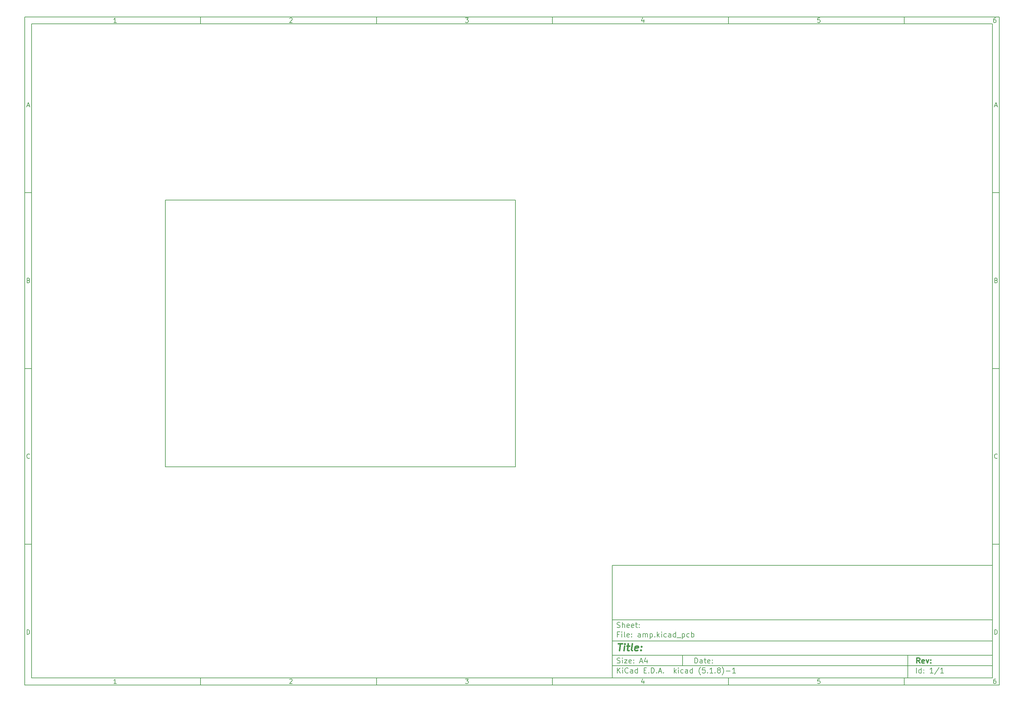
<source format=gm1>
G04 #@! TF.GenerationSoftware,KiCad,Pcbnew,(5.1.8)-1*
G04 #@! TF.CreationDate,2021-03-01T21:59:05+08:00*
G04 #@! TF.ProjectId,amp,616d702e-6b69-4636-9164-5f7063625858,rev?*
G04 #@! TF.SameCoordinates,Original*
G04 #@! TF.FileFunction,Profile,NP*
%FSLAX46Y46*%
G04 Gerber Fmt 4.6, Leading zero omitted, Abs format (unit mm)*
G04 Created by KiCad (PCBNEW (5.1.8)-1) date 2021-03-01 21:59:05*
%MOMM*%
%LPD*%
G01*
G04 APERTURE LIST*
%ADD10C,0.150000*%
%ADD11C,0.300000*%
%ADD12C,0.400000*%
G04 #@! TA.AperFunction,Profile*
%ADD13C,0.150000*%
G04 #@! TD*
G04 APERTURE END LIST*
D10*
X177002200Y-166007200D02*
X177002200Y-198007200D01*
X285002200Y-198007200D01*
X285002200Y-166007200D01*
X177002200Y-166007200D01*
X10000000Y-10000000D02*
X10000000Y-200007200D01*
X287002200Y-200007200D01*
X287002200Y-10000000D01*
X10000000Y-10000000D01*
X12000000Y-12000000D02*
X12000000Y-198007200D01*
X285002200Y-198007200D01*
X285002200Y-12000000D01*
X12000000Y-12000000D01*
X60000000Y-12000000D02*
X60000000Y-10000000D01*
X110000000Y-12000000D02*
X110000000Y-10000000D01*
X160000000Y-12000000D02*
X160000000Y-10000000D01*
X210000000Y-12000000D02*
X210000000Y-10000000D01*
X260000000Y-12000000D02*
X260000000Y-10000000D01*
X36065476Y-11588095D02*
X35322619Y-11588095D01*
X35694047Y-11588095D02*
X35694047Y-10288095D01*
X35570238Y-10473809D01*
X35446428Y-10597619D01*
X35322619Y-10659523D01*
X85322619Y-10411904D02*
X85384523Y-10350000D01*
X85508333Y-10288095D01*
X85817857Y-10288095D01*
X85941666Y-10350000D01*
X86003571Y-10411904D01*
X86065476Y-10535714D01*
X86065476Y-10659523D01*
X86003571Y-10845238D01*
X85260714Y-11588095D01*
X86065476Y-11588095D01*
X135260714Y-10288095D02*
X136065476Y-10288095D01*
X135632142Y-10783333D01*
X135817857Y-10783333D01*
X135941666Y-10845238D01*
X136003571Y-10907142D01*
X136065476Y-11030952D01*
X136065476Y-11340476D01*
X136003571Y-11464285D01*
X135941666Y-11526190D01*
X135817857Y-11588095D01*
X135446428Y-11588095D01*
X135322619Y-11526190D01*
X135260714Y-11464285D01*
X185941666Y-10721428D02*
X185941666Y-11588095D01*
X185632142Y-10226190D02*
X185322619Y-11154761D01*
X186127380Y-11154761D01*
X236003571Y-10288095D02*
X235384523Y-10288095D01*
X235322619Y-10907142D01*
X235384523Y-10845238D01*
X235508333Y-10783333D01*
X235817857Y-10783333D01*
X235941666Y-10845238D01*
X236003571Y-10907142D01*
X236065476Y-11030952D01*
X236065476Y-11340476D01*
X236003571Y-11464285D01*
X235941666Y-11526190D01*
X235817857Y-11588095D01*
X235508333Y-11588095D01*
X235384523Y-11526190D01*
X235322619Y-11464285D01*
X285941666Y-10288095D02*
X285694047Y-10288095D01*
X285570238Y-10350000D01*
X285508333Y-10411904D01*
X285384523Y-10597619D01*
X285322619Y-10845238D01*
X285322619Y-11340476D01*
X285384523Y-11464285D01*
X285446428Y-11526190D01*
X285570238Y-11588095D01*
X285817857Y-11588095D01*
X285941666Y-11526190D01*
X286003571Y-11464285D01*
X286065476Y-11340476D01*
X286065476Y-11030952D01*
X286003571Y-10907142D01*
X285941666Y-10845238D01*
X285817857Y-10783333D01*
X285570238Y-10783333D01*
X285446428Y-10845238D01*
X285384523Y-10907142D01*
X285322619Y-11030952D01*
X60000000Y-198007200D02*
X60000000Y-200007200D01*
X110000000Y-198007200D02*
X110000000Y-200007200D01*
X160000000Y-198007200D02*
X160000000Y-200007200D01*
X210000000Y-198007200D02*
X210000000Y-200007200D01*
X260000000Y-198007200D02*
X260000000Y-200007200D01*
X36065476Y-199595295D02*
X35322619Y-199595295D01*
X35694047Y-199595295D02*
X35694047Y-198295295D01*
X35570238Y-198481009D01*
X35446428Y-198604819D01*
X35322619Y-198666723D01*
X85322619Y-198419104D02*
X85384523Y-198357200D01*
X85508333Y-198295295D01*
X85817857Y-198295295D01*
X85941666Y-198357200D01*
X86003571Y-198419104D01*
X86065476Y-198542914D01*
X86065476Y-198666723D01*
X86003571Y-198852438D01*
X85260714Y-199595295D01*
X86065476Y-199595295D01*
X135260714Y-198295295D02*
X136065476Y-198295295D01*
X135632142Y-198790533D01*
X135817857Y-198790533D01*
X135941666Y-198852438D01*
X136003571Y-198914342D01*
X136065476Y-199038152D01*
X136065476Y-199347676D01*
X136003571Y-199471485D01*
X135941666Y-199533390D01*
X135817857Y-199595295D01*
X135446428Y-199595295D01*
X135322619Y-199533390D01*
X135260714Y-199471485D01*
X185941666Y-198728628D02*
X185941666Y-199595295D01*
X185632142Y-198233390D02*
X185322619Y-199161961D01*
X186127380Y-199161961D01*
X236003571Y-198295295D02*
X235384523Y-198295295D01*
X235322619Y-198914342D01*
X235384523Y-198852438D01*
X235508333Y-198790533D01*
X235817857Y-198790533D01*
X235941666Y-198852438D01*
X236003571Y-198914342D01*
X236065476Y-199038152D01*
X236065476Y-199347676D01*
X236003571Y-199471485D01*
X235941666Y-199533390D01*
X235817857Y-199595295D01*
X235508333Y-199595295D01*
X235384523Y-199533390D01*
X235322619Y-199471485D01*
X285941666Y-198295295D02*
X285694047Y-198295295D01*
X285570238Y-198357200D01*
X285508333Y-198419104D01*
X285384523Y-198604819D01*
X285322619Y-198852438D01*
X285322619Y-199347676D01*
X285384523Y-199471485D01*
X285446428Y-199533390D01*
X285570238Y-199595295D01*
X285817857Y-199595295D01*
X285941666Y-199533390D01*
X286003571Y-199471485D01*
X286065476Y-199347676D01*
X286065476Y-199038152D01*
X286003571Y-198914342D01*
X285941666Y-198852438D01*
X285817857Y-198790533D01*
X285570238Y-198790533D01*
X285446428Y-198852438D01*
X285384523Y-198914342D01*
X285322619Y-199038152D01*
X10000000Y-60000000D02*
X12000000Y-60000000D01*
X10000000Y-110000000D02*
X12000000Y-110000000D01*
X10000000Y-160000000D02*
X12000000Y-160000000D01*
X10690476Y-35216666D02*
X11309523Y-35216666D01*
X10566666Y-35588095D02*
X11000000Y-34288095D01*
X11433333Y-35588095D01*
X11092857Y-84907142D02*
X11278571Y-84969047D01*
X11340476Y-85030952D01*
X11402380Y-85154761D01*
X11402380Y-85340476D01*
X11340476Y-85464285D01*
X11278571Y-85526190D01*
X11154761Y-85588095D01*
X10659523Y-85588095D01*
X10659523Y-84288095D01*
X11092857Y-84288095D01*
X11216666Y-84350000D01*
X11278571Y-84411904D01*
X11340476Y-84535714D01*
X11340476Y-84659523D01*
X11278571Y-84783333D01*
X11216666Y-84845238D01*
X11092857Y-84907142D01*
X10659523Y-84907142D01*
X11402380Y-135464285D02*
X11340476Y-135526190D01*
X11154761Y-135588095D01*
X11030952Y-135588095D01*
X10845238Y-135526190D01*
X10721428Y-135402380D01*
X10659523Y-135278571D01*
X10597619Y-135030952D01*
X10597619Y-134845238D01*
X10659523Y-134597619D01*
X10721428Y-134473809D01*
X10845238Y-134350000D01*
X11030952Y-134288095D01*
X11154761Y-134288095D01*
X11340476Y-134350000D01*
X11402380Y-134411904D01*
X10659523Y-185588095D02*
X10659523Y-184288095D01*
X10969047Y-184288095D01*
X11154761Y-184350000D01*
X11278571Y-184473809D01*
X11340476Y-184597619D01*
X11402380Y-184845238D01*
X11402380Y-185030952D01*
X11340476Y-185278571D01*
X11278571Y-185402380D01*
X11154761Y-185526190D01*
X10969047Y-185588095D01*
X10659523Y-185588095D01*
X287002200Y-60000000D02*
X285002200Y-60000000D01*
X287002200Y-110000000D02*
X285002200Y-110000000D01*
X287002200Y-160000000D02*
X285002200Y-160000000D01*
X285692676Y-35216666D02*
X286311723Y-35216666D01*
X285568866Y-35588095D02*
X286002200Y-34288095D01*
X286435533Y-35588095D01*
X286095057Y-84907142D02*
X286280771Y-84969047D01*
X286342676Y-85030952D01*
X286404580Y-85154761D01*
X286404580Y-85340476D01*
X286342676Y-85464285D01*
X286280771Y-85526190D01*
X286156961Y-85588095D01*
X285661723Y-85588095D01*
X285661723Y-84288095D01*
X286095057Y-84288095D01*
X286218866Y-84350000D01*
X286280771Y-84411904D01*
X286342676Y-84535714D01*
X286342676Y-84659523D01*
X286280771Y-84783333D01*
X286218866Y-84845238D01*
X286095057Y-84907142D01*
X285661723Y-84907142D01*
X286404580Y-135464285D02*
X286342676Y-135526190D01*
X286156961Y-135588095D01*
X286033152Y-135588095D01*
X285847438Y-135526190D01*
X285723628Y-135402380D01*
X285661723Y-135278571D01*
X285599819Y-135030952D01*
X285599819Y-134845238D01*
X285661723Y-134597619D01*
X285723628Y-134473809D01*
X285847438Y-134350000D01*
X286033152Y-134288095D01*
X286156961Y-134288095D01*
X286342676Y-134350000D01*
X286404580Y-134411904D01*
X285661723Y-185588095D02*
X285661723Y-184288095D01*
X285971247Y-184288095D01*
X286156961Y-184350000D01*
X286280771Y-184473809D01*
X286342676Y-184597619D01*
X286404580Y-184845238D01*
X286404580Y-185030952D01*
X286342676Y-185278571D01*
X286280771Y-185402380D01*
X286156961Y-185526190D01*
X285971247Y-185588095D01*
X285661723Y-185588095D01*
X200434342Y-193785771D02*
X200434342Y-192285771D01*
X200791485Y-192285771D01*
X201005771Y-192357200D01*
X201148628Y-192500057D01*
X201220057Y-192642914D01*
X201291485Y-192928628D01*
X201291485Y-193142914D01*
X201220057Y-193428628D01*
X201148628Y-193571485D01*
X201005771Y-193714342D01*
X200791485Y-193785771D01*
X200434342Y-193785771D01*
X202577200Y-193785771D02*
X202577200Y-193000057D01*
X202505771Y-192857200D01*
X202362914Y-192785771D01*
X202077200Y-192785771D01*
X201934342Y-192857200D01*
X202577200Y-193714342D02*
X202434342Y-193785771D01*
X202077200Y-193785771D01*
X201934342Y-193714342D01*
X201862914Y-193571485D01*
X201862914Y-193428628D01*
X201934342Y-193285771D01*
X202077200Y-193214342D01*
X202434342Y-193214342D01*
X202577200Y-193142914D01*
X203077200Y-192785771D02*
X203648628Y-192785771D01*
X203291485Y-192285771D02*
X203291485Y-193571485D01*
X203362914Y-193714342D01*
X203505771Y-193785771D01*
X203648628Y-193785771D01*
X204720057Y-193714342D02*
X204577200Y-193785771D01*
X204291485Y-193785771D01*
X204148628Y-193714342D01*
X204077200Y-193571485D01*
X204077200Y-193000057D01*
X204148628Y-192857200D01*
X204291485Y-192785771D01*
X204577200Y-192785771D01*
X204720057Y-192857200D01*
X204791485Y-193000057D01*
X204791485Y-193142914D01*
X204077200Y-193285771D01*
X205434342Y-193642914D02*
X205505771Y-193714342D01*
X205434342Y-193785771D01*
X205362914Y-193714342D01*
X205434342Y-193642914D01*
X205434342Y-193785771D01*
X205434342Y-192857200D02*
X205505771Y-192928628D01*
X205434342Y-193000057D01*
X205362914Y-192928628D01*
X205434342Y-192857200D01*
X205434342Y-193000057D01*
X177002200Y-194507200D02*
X285002200Y-194507200D01*
X178434342Y-196585771D02*
X178434342Y-195085771D01*
X179291485Y-196585771D02*
X178648628Y-195728628D01*
X179291485Y-195085771D02*
X178434342Y-195942914D01*
X179934342Y-196585771D02*
X179934342Y-195585771D01*
X179934342Y-195085771D02*
X179862914Y-195157200D01*
X179934342Y-195228628D01*
X180005771Y-195157200D01*
X179934342Y-195085771D01*
X179934342Y-195228628D01*
X181505771Y-196442914D02*
X181434342Y-196514342D01*
X181220057Y-196585771D01*
X181077200Y-196585771D01*
X180862914Y-196514342D01*
X180720057Y-196371485D01*
X180648628Y-196228628D01*
X180577200Y-195942914D01*
X180577200Y-195728628D01*
X180648628Y-195442914D01*
X180720057Y-195300057D01*
X180862914Y-195157200D01*
X181077200Y-195085771D01*
X181220057Y-195085771D01*
X181434342Y-195157200D01*
X181505771Y-195228628D01*
X182791485Y-196585771D02*
X182791485Y-195800057D01*
X182720057Y-195657200D01*
X182577200Y-195585771D01*
X182291485Y-195585771D01*
X182148628Y-195657200D01*
X182791485Y-196514342D02*
X182648628Y-196585771D01*
X182291485Y-196585771D01*
X182148628Y-196514342D01*
X182077200Y-196371485D01*
X182077200Y-196228628D01*
X182148628Y-196085771D01*
X182291485Y-196014342D01*
X182648628Y-196014342D01*
X182791485Y-195942914D01*
X184148628Y-196585771D02*
X184148628Y-195085771D01*
X184148628Y-196514342D02*
X184005771Y-196585771D01*
X183720057Y-196585771D01*
X183577200Y-196514342D01*
X183505771Y-196442914D01*
X183434342Y-196300057D01*
X183434342Y-195871485D01*
X183505771Y-195728628D01*
X183577200Y-195657200D01*
X183720057Y-195585771D01*
X184005771Y-195585771D01*
X184148628Y-195657200D01*
X186005771Y-195800057D02*
X186505771Y-195800057D01*
X186720057Y-196585771D02*
X186005771Y-196585771D01*
X186005771Y-195085771D01*
X186720057Y-195085771D01*
X187362914Y-196442914D02*
X187434342Y-196514342D01*
X187362914Y-196585771D01*
X187291485Y-196514342D01*
X187362914Y-196442914D01*
X187362914Y-196585771D01*
X188077200Y-196585771D02*
X188077200Y-195085771D01*
X188434342Y-195085771D01*
X188648628Y-195157200D01*
X188791485Y-195300057D01*
X188862914Y-195442914D01*
X188934342Y-195728628D01*
X188934342Y-195942914D01*
X188862914Y-196228628D01*
X188791485Y-196371485D01*
X188648628Y-196514342D01*
X188434342Y-196585771D01*
X188077200Y-196585771D01*
X189577200Y-196442914D02*
X189648628Y-196514342D01*
X189577200Y-196585771D01*
X189505771Y-196514342D01*
X189577200Y-196442914D01*
X189577200Y-196585771D01*
X190220057Y-196157200D02*
X190934342Y-196157200D01*
X190077200Y-196585771D02*
X190577200Y-195085771D01*
X191077200Y-196585771D01*
X191577200Y-196442914D02*
X191648628Y-196514342D01*
X191577200Y-196585771D01*
X191505771Y-196514342D01*
X191577200Y-196442914D01*
X191577200Y-196585771D01*
X194577200Y-196585771D02*
X194577200Y-195085771D01*
X194720057Y-196014342D02*
X195148628Y-196585771D01*
X195148628Y-195585771D02*
X194577200Y-196157200D01*
X195791485Y-196585771D02*
X195791485Y-195585771D01*
X195791485Y-195085771D02*
X195720057Y-195157200D01*
X195791485Y-195228628D01*
X195862914Y-195157200D01*
X195791485Y-195085771D01*
X195791485Y-195228628D01*
X197148628Y-196514342D02*
X197005771Y-196585771D01*
X196720057Y-196585771D01*
X196577200Y-196514342D01*
X196505771Y-196442914D01*
X196434342Y-196300057D01*
X196434342Y-195871485D01*
X196505771Y-195728628D01*
X196577200Y-195657200D01*
X196720057Y-195585771D01*
X197005771Y-195585771D01*
X197148628Y-195657200D01*
X198434342Y-196585771D02*
X198434342Y-195800057D01*
X198362914Y-195657200D01*
X198220057Y-195585771D01*
X197934342Y-195585771D01*
X197791485Y-195657200D01*
X198434342Y-196514342D02*
X198291485Y-196585771D01*
X197934342Y-196585771D01*
X197791485Y-196514342D01*
X197720057Y-196371485D01*
X197720057Y-196228628D01*
X197791485Y-196085771D01*
X197934342Y-196014342D01*
X198291485Y-196014342D01*
X198434342Y-195942914D01*
X199791485Y-196585771D02*
X199791485Y-195085771D01*
X199791485Y-196514342D02*
X199648628Y-196585771D01*
X199362914Y-196585771D01*
X199220057Y-196514342D01*
X199148628Y-196442914D01*
X199077200Y-196300057D01*
X199077200Y-195871485D01*
X199148628Y-195728628D01*
X199220057Y-195657200D01*
X199362914Y-195585771D01*
X199648628Y-195585771D01*
X199791485Y-195657200D01*
X202077200Y-197157200D02*
X202005771Y-197085771D01*
X201862914Y-196871485D01*
X201791485Y-196728628D01*
X201720057Y-196514342D01*
X201648628Y-196157200D01*
X201648628Y-195871485D01*
X201720057Y-195514342D01*
X201791485Y-195300057D01*
X201862914Y-195157200D01*
X202005771Y-194942914D01*
X202077200Y-194871485D01*
X203362914Y-195085771D02*
X202648628Y-195085771D01*
X202577200Y-195800057D01*
X202648628Y-195728628D01*
X202791485Y-195657200D01*
X203148628Y-195657200D01*
X203291485Y-195728628D01*
X203362914Y-195800057D01*
X203434342Y-195942914D01*
X203434342Y-196300057D01*
X203362914Y-196442914D01*
X203291485Y-196514342D01*
X203148628Y-196585771D01*
X202791485Y-196585771D01*
X202648628Y-196514342D01*
X202577200Y-196442914D01*
X204077200Y-196442914D02*
X204148628Y-196514342D01*
X204077200Y-196585771D01*
X204005771Y-196514342D01*
X204077200Y-196442914D01*
X204077200Y-196585771D01*
X205577200Y-196585771D02*
X204720057Y-196585771D01*
X205148628Y-196585771D02*
X205148628Y-195085771D01*
X205005771Y-195300057D01*
X204862914Y-195442914D01*
X204720057Y-195514342D01*
X206220057Y-196442914D02*
X206291485Y-196514342D01*
X206220057Y-196585771D01*
X206148628Y-196514342D01*
X206220057Y-196442914D01*
X206220057Y-196585771D01*
X207148628Y-195728628D02*
X207005771Y-195657200D01*
X206934342Y-195585771D01*
X206862914Y-195442914D01*
X206862914Y-195371485D01*
X206934342Y-195228628D01*
X207005771Y-195157200D01*
X207148628Y-195085771D01*
X207434342Y-195085771D01*
X207577200Y-195157200D01*
X207648628Y-195228628D01*
X207720057Y-195371485D01*
X207720057Y-195442914D01*
X207648628Y-195585771D01*
X207577200Y-195657200D01*
X207434342Y-195728628D01*
X207148628Y-195728628D01*
X207005771Y-195800057D01*
X206934342Y-195871485D01*
X206862914Y-196014342D01*
X206862914Y-196300057D01*
X206934342Y-196442914D01*
X207005771Y-196514342D01*
X207148628Y-196585771D01*
X207434342Y-196585771D01*
X207577200Y-196514342D01*
X207648628Y-196442914D01*
X207720057Y-196300057D01*
X207720057Y-196014342D01*
X207648628Y-195871485D01*
X207577200Y-195800057D01*
X207434342Y-195728628D01*
X208220057Y-197157200D02*
X208291485Y-197085771D01*
X208434342Y-196871485D01*
X208505771Y-196728628D01*
X208577200Y-196514342D01*
X208648628Y-196157200D01*
X208648628Y-195871485D01*
X208577200Y-195514342D01*
X208505771Y-195300057D01*
X208434342Y-195157200D01*
X208291485Y-194942914D01*
X208220057Y-194871485D01*
X209362914Y-196014342D02*
X210505771Y-196014342D01*
X212005771Y-196585771D02*
X211148628Y-196585771D01*
X211577200Y-196585771D02*
X211577200Y-195085771D01*
X211434342Y-195300057D01*
X211291485Y-195442914D01*
X211148628Y-195514342D01*
X177002200Y-191507200D02*
X285002200Y-191507200D01*
D11*
X264411485Y-193785771D02*
X263911485Y-193071485D01*
X263554342Y-193785771D02*
X263554342Y-192285771D01*
X264125771Y-192285771D01*
X264268628Y-192357200D01*
X264340057Y-192428628D01*
X264411485Y-192571485D01*
X264411485Y-192785771D01*
X264340057Y-192928628D01*
X264268628Y-193000057D01*
X264125771Y-193071485D01*
X263554342Y-193071485D01*
X265625771Y-193714342D02*
X265482914Y-193785771D01*
X265197200Y-193785771D01*
X265054342Y-193714342D01*
X264982914Y-193571485D01*
X264982914Y-193000057D01*
X265054342Y-192857200D01*
X265197200Y-192785771D01*
X265482914Y-192785771D01*
X265625771Y-192857200D01*
X265697200Y-193000057D01*
X265697200Y-193142914D01*
X264982914Y-193285771D01*
X266197200Y-192785771D02*
X266554342Y-193785771D01*
X266911485Y-192785771D01*
X267482914Y-193642914D02*
X267554342Y-193714342D01*
X267482914Y-193785771D01*
X267411485Y-193714342D01*
X267482914Y-193642914D01*
X267482914Y-193785771D01*
X267482914Y-192857200D02*
X267554342Y-192928628D01*
X267482914Y-193000057D01*
X267411485Y-192928628D01*
X267482914Y-192857200D01*
X267482914Y-193000057D01*
D10*
X178362914Y-193714342D02*
X178577200Y-193785771D01*
X178934342Y-193785771D01*
X179077200Y-193714342D01*
X179148628Y-193642914D01*
X179220057Y-193500057D01*
X179220057Y-193357200D01*
X179148628Y-193214342D01*
X179077200Y-193142914D01*
X178934342Y-193071485D01*
X178648628Y-193000057D01*
X178505771Y-192928628D01*
X178434342Y-192857200D01*
X178362914Y-192714342D01*
X178362914Y-192571485D01*
X178434342Y-192428628D01*
X178505771Y-192357200D01*
X178648628Y-192285771D01*
X179005771Y-192285771D01*
X179220057Y-192357200D01*
X179862914Y-193785771D02*
X179862914Y-192785771D01*
X179862914Y-192285771D02*
X179791485Y-192357200D01*
X179862914Y-192428628D01*
X179934342Y-192357200D01*
X179862914Y-192285771D01*
X179862914Y-192428628D01*
X180434342Y-192785771D02*
X181220057Y-192785771D01*
X180434342Y-193785771D01*
X181220057Y-193785771D01*
X182362914Y-193714342D02*
X182220057Y-193785771D01*
X181934342Y-193785771D01*
X181791485Y-193714342D01*
X181720057Y-193571485D01*
X181720057Y-193000057D01*
X181791485Y-192857200D01*
X181934342Y-192785771D01*
X182220057Y-192785771D01*
X182362914Y-192857200D01*
X182434342Y-193000057D01*
X182434342Y-193142914D01*
X181720057Y-193285771D01*
X183077200Y-193642914D02*
X183148628Y-193714342D01*
X183077200Y-193785771D01*
X183005771Y-193714342D01*
X183077200Y-193642914D01*
X183077200Y-193785771D01*
X183077200Y-192857200D02*
X183148628Y-192928628D01*
X183077200Y-193000057D01*
X183005771Y-192928628D01*
X183077200Y-192857200D01*
X183077200Y-193000057D01*
X184862914Y-193357200D02*
X185577200Y-193357200D01*
X184720057Y-193785771D02*
X185220057Y-192285771D01*
X185720057Y-193785771D01*
X186862914Y-192785771D02*
X186862914Y-193785771D01*
X186505771Y-192214342D02*
X186148628Y-193285771D01*
X187077200Y-193285771D01*
X263434342Y-196585771D02*
X263434342Y-195085771D01*
X264791485Y-196585771D02*
X264791485Y-195085771D01*
X264791485Y-196514342D02*
X264648628Y-196585771D01*
X264362914Y-196585771D01*
X264220057Y-196514342D01*
X264148628Y-196442914D01*
X264077200Y-196300057D01*
X264077200Y-195871485D01*
X264148628Y-195728628D01*
X264220057Y-195657200D01*
X264362914Y-195585771D01*
X264648628Y-195585771D01*
X264791485Y-195657200D01*
X265505771Y-196442914D02*
X265577200Y-196514342D01*
X265505771Y-196585771D01*
X265434342Y-196514342D01*
X265505771Y-196442914D01*
X265505771Y-196585771D01*
X265505771Y-195657200D02*
X265577200Y-195728628D01*
X265505771Y-195800057D01*
X265434342Y-195728628D01*
X265505771Y-195657200D01*
X265505771Y-195800057D01*
X268148628Y-196585771D02*
X267291485Y-196585771D01*
X267720057Y-196585771D02*
X267720057Y-195085771D01*
X267577200Y-195300057D01*
X267434342Y-195442914D01*
X267291485Y-195514342D01*
X269862914Y-195014342D02*
X268577200Y-196942914D01*
X271148628Y-196585771D02*
X270291485Y-196585771D01*
X270720057Y-196585771D02*
X270720057Y-195085771D01*
X270577200Y-195300057D01*
X270434342Y-195442914D01*
X270291485Y-195514342D01*
X177002200Y-187507200D02*
X285002200Y-187507200D01*
D12*
X178714580Y-188211961D02*
X179857438Y-188211961D01*
X179036009Y-190211961D02*
X179286009Y-188211961D01*
X180274104Y-190211961D02*
X180440771Y-188878628D01*
X180524104Y-188211961D02*
X180416961Y-188307200D01*
X180500295Y-188402438D01*
X180607438Y-188307200D01*
X180524104Y-188211961D01*
X180500295Y-188402438D01*
X181107438Y-188878628D02*
X181869342Y-188878628D01*
X181476485Y-188211961D02*
X181262200Y-189926247D01*
X181333628Y-190116723D01*
X181512200Y-190211961D01*
X181702676Y-190211961D01*
X182655057Y-190211961D02*
X182476485Y-190116723D01*
X182405057Y-189926247D01*
X182619342Y-188211961D01*
X184190771Y-190116723D02*
X183988390Y-190211961D01*
X183607438Y-190211961D01*
X183428866Y-190116723D01*
X183357438Y-189926247D01*
X183452676Y-189164342D01*
X183571723Y-188973866D01*
X183774104Y-188878628D01*
X184155057Y-188878628D01*
X184333628Y-188973866D01*
X184405057Y-189164342D01*
X184381247Y-189354819D01*
X183405057Y-189545295D01*
X185155057Y-190021485D02*
X185238390Y-190116723D01*
X185131247Y-190211961D01*
X185047914Y-190116723D01*
X185155057Y-190021485D01*
X185131247Y-190211961D01*
X185286009Y-188973866D02*
X185369342Y-189069104D01*
X185262200Y-189164342D01*
X185178866Y-189069104D01*
X185286009Y-188973866D01*
X185262200Y-189164342D01*
D10*
X178934342Y-185600057D02*
X178434342Y-185600057D01*
X178434342Y-186385771D02*
X178434342Y-184885771D01*
X179148628Y-184885771D01*
X179720057Y-186385771D02*
X179720057Y-185385771D01*
X179720057Y-184885771D02*
X179648628Y-184957200D01*
X179720057Y-185028628D01*
X179791485Y-184957200D01*
X179720057Y-184885771D01*
X179720057Y-185028628D01*
X180648628Y-186385771D02*
X180505771Y-186314342D01*
X180434342Y-186171485D01*
X180434342Y-184885771D01*
X181791485Y-186314342D02*
X181648628Y-186385771D01*
X181362914Y-186385771D01*
X181220057Y-186314342D01*
X181148628Y-186171485D01*
X181148628Y-185600057D01*
X181220057Y-185457200D01*
X181362914Y-185385771D01*
X181648628Y-185385771D01*
X181791485Y-185457200D01*
X181862914Y-185600057D01*
X181862914Y-185742914D01*
X181148628Y-185885771D01*
X182505771Y-186242914D02*
X182577200Y-186314342D01*
X182505771Y-186385771D01*
X182434342Y-186314342D01*
X182505771Y-186242914D01*
X182505771Y-186385771D01*
X182505771Y-185457200D02*
X182577200Y-185528628D01*
X182505771Y-185600057D01*
X182434342Y-185528628D01*
X182505771Y-185457200D01*
X182505771Y-185600057D01*
X185005771Y-186385771D02*
X185005771Y-185600057D01*
X184934342Y-185457200D01*
X184791485Y-185385771D01*
X184505771Y-185385771D01*
X184362914Y-185457200D01*
X185005771Y-186314342D02*
X184862914Y-186385771D01*
X184505771Y-186385771D01*
X184362914Y-186314342D01*
X184291485Y-186171485D01*
X184291485Y-186028628D01*
X184362914Y-185885771D01*
X184505771Y-185814342D01*
X184862914Y-185814342D01*
X185005771Y-185742914D01*
X185720057Y-186385771D02*
X185720057Y-185385771D01*
X185720057Y-185528628D02*
X185791485Y-185457200D01*
X185934342Y-185385771D01*
X186148628Y-185385771D01*
X186291485Y-185457200D01*
X186362914Y-185600057D01*
X186362914Y-186385771D01*
X186362914Y-185600057D02*
X186434342Y-185457200D01*
X186577200Y-185385771D01*
X186791485Y-185385771D01*
X186934342Y-185457200D01*
X187005771Y-185600057D01*
X187005771Y-186385771D01*
X187720057Y-185385771D02*
X187720057Y-186885771D01*
X187720057Y-185457200D02*
X187862914Y-185385771D01*
X188148628Y-185385771D01*
X188291485Y-185457200D01*
X188362914Y-185528628D01*
X188434342Y-185671485D01*
X188434342Y-186100057D01*
X188362914Y-186242914D01*
X188291485Y-186314342D01*
X188148628Y-186385771D01*
X187862914Y-186385771D01*
X187720057Y-186314342D01*
X189077200Y-186242914D02*
X189148628Y-186314342D01*
X189077200Y-186385771D01*
X189005771Y-186314342D01*
X189077200Y-186242914D01*
X189077200Y-186385771D01*
X189791485Y-186385771D02*
X189791485Y-184885771D01*
X189934342Y-185814342D02*
X190362914Y-186385771D01*
X190362914Y-185385771D02*
X189791485Y-185957200D01*
X191005771Y-186385771D02*
X191005771Y-185385771D01*
X191005771Y-184885771D02*
X190934342Y-184957200D01*
X191005771Y-185028628D01*
X191077200Y-184957200D01*
X191005771Y-184885771D01*
X191005771Y-185028628D01*
X192362914Y-186314342D02*
X192220057Y-186385771D01*
X191934342Y-186385771D01*
X191791485Y-186314342D01*
X191720057Y-186242914D01*
X191648628Y-186100057D01*
X191648628Y-185671485D01*
X191720057Y-185528628D01*
X191791485Y-185457200D01*
X191934342Y-185385771D01*
X192220057Y-185385771D01*
X192362914Y-185457200D01*
X193648628Y-186385771D02*
X193648628Y-185600057D01*
X193577200Y-185457200D01*
X193434342Y-185385771D01*
X193148628Y-185385771D01*
X193005771Y-185457200D01*
X193648628Y-186314342D02*
X193505771Y-186385771D01*
X193148628Y-186385771D01*
X193005771Y-186314342D01*
X192934342Y-186171485D01*
X192934342Y-186028628D01*
X193005771Y-185885771D01*
X193148628Y-185814342D01*
X193505771Y-185814342D01*
X193648628Y-185742914D01*
X195005771Y-186385771D02*
X195005771Y-184885771D01*
X195005771Y-186314342D02*
X194862914Y-186385771D01*
X194577200Y-186385771D01*
X194434342Y-186314342D01*
X194362914Y-186242914D01*
X194291485Y-186100057D01*
X194291485Y-185671485D01*
X194362914Y-185528628D01*
X194434342Y-185457200D01*
X194577200Y-185385771D01*
X194862914Y-185385771D01*
X195005771Y-185457200D01*
X195362914Y-186528628D02*
X196505771Y-186528628D01*
X196862914Y-185385771D02*
X196862914Y-186885771D01*
X196862914Y-185457200D02*
X197005771Y-185385771D01*
X197291485Y-185385771D01*
X197434342Y-185457200D01*
X197505771Y-185528628D01*
X197577200Y-185671485D01*
X197577200Y-186100057D01*
X197505771Y-186242914D01*
X197434342Y-186314342D01*
X197291485Y-186385771D01*
X197005771Y-186385771D01*
X196862914Y-186314342D01*
X198862914Y-186314342D02*
X198720057Y-186385771D01*
X198434342Y-186385771D01*
X198291485Y-186314342D01*
X198220057Y-186242914D01*
X198148628Y-186100057D01*
X198148628Y-185671485D01*
X198220057Y-185528628D01*
X198291485Y-185457200D01*
X198434342Y-185385771D01*
X198720057Y-185385771D01*
X198862914Y-185457200D01*
X199505771Y-186385771D02*
X199505771Y-184885771D01*
X199505771Y-185457200D02*
X199648628Y-185385771D01*
X199934342Y-185385771D01*
X200077200Y-185457200D01*
X200148628Y-185528628D01*
X200220057Y-185671485D01*
X200220057Y-186100057D01*
X200148628Y-186242914D01*
X200077200Y-186314342D01*
X199934342Y-186385771D01*
X199648628Y-186385771D01*
X199505771Y-186314342D01*
X177002200Y-181507200D02*
X285002200Y-181507200D01*
X178362914Y-183614342D02*
X178577200Y-183685771D01*
X178934342Y-183685771D01*
X179077200Y-183614342D01*
X179148628Y-183542914D01*
X179220057Y-183400057D01*
X179220057Y-183257200D01*
X179148628Y-183114342D01*
X179077200Y-183042914D01*
X178934342Y-182971485D01*
X178648628Y-182900057D01*
X178505771Y-182828628D01*
X178434342Y-182757200D01*
X178362914Y-182614342D01*
X178362914Y-182471485D01*
X178434342Y-182328628D01*
X178505771Y-182257200D01*
X178648628Y-182185771D01*
X179005771Y-182185771D01*
X179220057Y-182257200D01*
X179862914Y-183685771D02*
X179862914Y-182185771D01*
X180505771Y-183685771D02*
X180505771Y-182900057D01*
X180434342Y-182757200D01*
X180291485Y-182685771D01*
X180077200Y-182685771D01*
X179934342Y-182757200D01*
X179862914Y-182828628D01*
X181791485Y-183614342D02*
X181648628Y-183685771D01*
X181362914Y-183685771D01*
X181220057Y-183614342D01*
X181148628Y-183471485D01*
X181148628Y-182900057D01*
X181220057Y-182757200D01*
X181362914Y-182685771D01*
X181648628Y-182685771D01*
X181791485Y-182757200D01*
X181862914Y-182900057D01*
X181862914Y-183042914D01*
X181148628Y-183185771D01*
X183077200Y-183614342D02*
X182934342Y-183685771D01*
X182648628Y-183685771D01*
X182505771Y-183614342D01*
X182434342Y-183471485D01*
X182434342Y-182900057D01*
X182505771Y-182757200D01*
X182648628Y-182685771D01*
X182934342Y-182685771D01*
X183077200Y-182757200D01*
X183148628Y-182900057D01*
X183148628Y-183042914D01*
X182434342Y-183185771D01*
X183577200Y-182685771D02*
X184148628Y-182685771D01*
X183791485Y-182185771D02*
X183791485Y-183471485D01*
X183862914Y-183614342D01*
X184005771Y-183685771D01*
X184148628Y-183685771D01*
X184648628Y-183542914D02*
X184720057Y-183614342D01*
X184648628Y-183685771D01*
X184577200Y-183614342D01*
X184648628Y-183542914D01*
X184648628Y-183685771D01*
X184648628Y-182757200D02*
X184720057Y-182828628D01*
X184648628Y-182900057D01*
X184577200Y-182828628D01*
X184648628Y-182757200D01*
X184648628Y-182900057D01*
X197002200Y-191507200D02*
X197002200Y-194507200D01*
X261002200Y-191507200D02*
X261002200Y-198007200D01*
D13*
X149500000Y-62050000D02*
X50000000Y-62050000D01*
X50000000Y-137950000D02*
X149500000Y-137950000D01*
X149500000Y-137950000D02*
X149500000Y-62050000D01*
X50000000Y-62050000D02*
X50000000Y-137950000D01*
M02*

</source>
